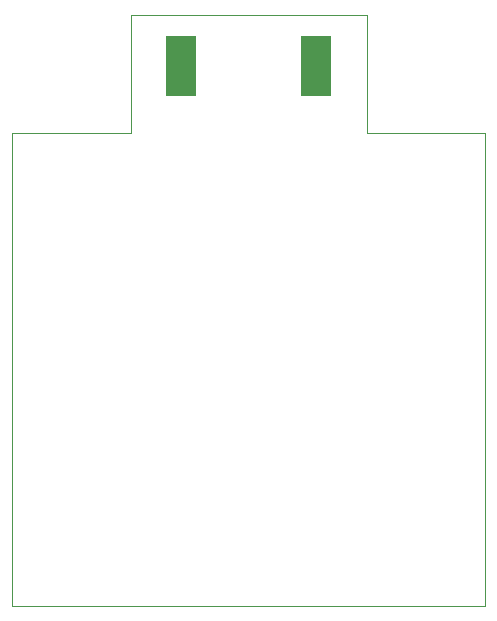
<source format=gtp>
G75*
%MOIN*%
%OFA0B0*%
%FSLAX24Y24*%
%IPPOS*%
%LPD*%
%AMOC8*
5,1,8,0,0,1.08239X$1,22.5*
%
%ADD10C,0.0039*%
%ADD11R,0.1000X0.2000*%
D10*
X001158Y000120D02*
X016906Y000120D01*
X016906Y015868D01*
X012969Y015868D01*
X012969Y019805D01*
X005095Y019805D01*
X005095Y015868D01*
X001158Y015868D01*
X001158Y000120D01*
D11*
X006783Y018120D03*
X011283Y018120D03*
M02*

</source>
